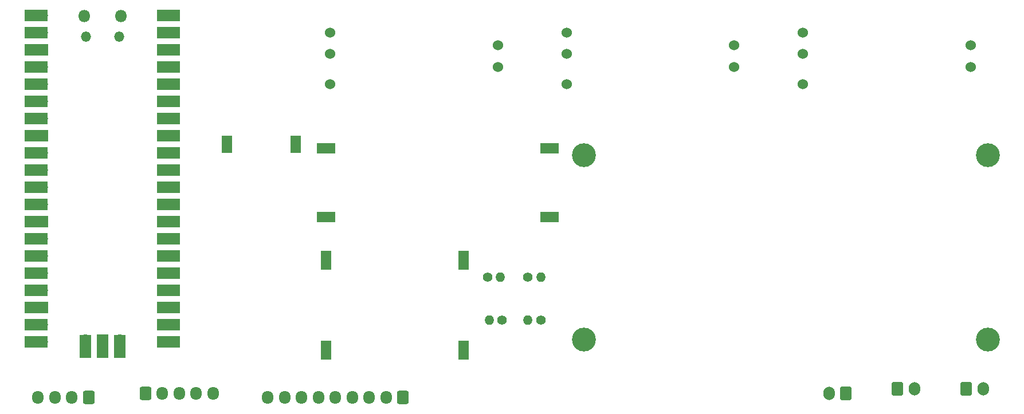
<source format=gbr>
%TF.GenerationSoftware,KiCad,Pcbnew,(7.0.0)*%
%TF.CreationDate,2023-05-30T23:08:45+10:00*%
%TF.ProjectId,spot-welder,73706f74-2d77-4656-9c64-65722e6b6963,rev?*%
%TF.SameCoordinates,Original*%
%TF.FileFunction,Soldermask,Top*%
%TF.FilePolarity,Negative*%
%FSLAX46Y46*%
G04 Gerber Fmt 4.6, Leading zero omitted, Abs format (unit mm)*
G04 Created by KiCad (PCBNEW (7.0.0)) date 2023-05-30 23:08:45*
%MOMM*%
%LPD*%
G01*
G04 APERTURE LIST*
G04 Aperture macros list*
%AMRoundRect*
0 Rectangle with rounded corners*
0 $1 Rounding radius*
0 $2 $3 $4 $5 $6 $7 $8 $9 X,Y pos of 4 corners*
0 Add a 4 corners polygon primitive as box body*
4,1,4,$2,$3,$4,$5,$6,$7,$8,$9,$2,$3,0*
0 Add four circle primitives for the rounded corners*
1,1,$1+$1,$2,$3*
1,1,$1+$1,$4,$5*
1,1,$1+$1,$6,$7*
1,1,$1+$1,$8,$9*
0 Add four rect primitives between the rounded corners*
20,1,$1+$1,$2,$3,$4,$5,0*
20,1,$1+$1,$4,$5,$6,$7,0*
20,1,$1+$1,$6,$7,$8,$9,0*
20,1,$1+$1,$8,$9,$2,$3,0*%
G04 Aperture macros list end*
%ADD10R,1.524000X2.524000*%
%ADD11C,1.400000*%
%ADD12O,1.400000X1.400000*%
%ADD13C,3.524000*%
%ADD14RoundRect,0.250000X0.600000X0.725000X-0.600000X0.725000X-0.600000X-0.725000X0.600000X-0.725000X0*%
%ADD15O,1.700000X1.950000*%
%ADD16RoundRect,0.250000X-0.600000X-0.725000X0.600000X-0.725000X0.600000X0.725000X-0.600000X0.725000X0*%
%ADD17R,2.667000X1.524000*%
%ADD18RoundRect,0.250000X-0.600000X-0.750000X0.600000X-0.750000X0.600000X0.750000X-0.600000X0.750000X0*%
%ADD19O,1.700000X2.000000*%
%ADD20R,1.524000X1.524000*%
%ADD21O,1.800000X1.800000*%
%ADD22O,1.500000X1.500000*%
%ADD23O,1.700000X1.700000*%
%ADD24R,3.500000X1.700000*%
%ADD25R,1.700000X1.700000*%
%ADD26R,1.700000X3.500000*%
%ADD27RoundRect,0.250000X0.600000X0.750000X-0.600000X0.750000X-0.600000X-0.750000X0.600000X-0.750000X0*%
%ADD28C,1.524000*%
G04 APERTURE END LIST*
D10*
%TO.C,MOD1*%
X56514999Y-34289999D03*
X46354999Y-34289999D03*
%TD*%
D11*
%TO.C,R1*%
X92705000Y-60325000D03*
D12*
X90804999Y-60324999D03*
%TD*%
D13*
%TO.C,MOD2*%
X158750000Y-63182500D03*
X158750000Y-35877500D03*
X99060000Y-63182500D03*
X99060000Y-35877500D03*
%TD*%
D14*
%TO.C,J2*%
X72350000Y-71755000D03*
D15*
X69849999Y-71754999D03*
X67349999Y-71754999D03*
X64849999Y-71754999D03*
X62349999Y-71754999D03*
X59849999Y-71754999D03*
X57349999Y-71754999D03*
X54849999Y-71754999D03*
X52349999Y-71754999D03*
%TD*%
D16*
%TO.C,J1*%
X34290000Y-71120000D03*
D15*
X36789999Y-71119999D03*
X39289999Y-71119999D03*
X41789999Y-71119999D03*
X44289999Y-71119999D03*
%TD*%
D17*
%TO.C,MOD6*%
X60959999Y-45084999D03*
X60959999Y-34924999D03*
X93979999Y-45084999D03*
X93979999Y-34924999D03*
%TD*%
D18*
%TO.C,J6*%
X145415000Y-70485000D03*
D19*
X147914999Y-70484999D03*
%TD*%
D20*
%TO.C,MOD4*%
X60959999Y-50799999D03*
X60959999Y-52069999D03*
X60959999Y-64134999D03*
X60959999Y-65404999D03*
X81279999Y-50799999D03*
X81279999Y-52069999D03*
X81279999Y-64134999D03*
X81279999Y-65404999D03*
%TD*%
D11*
%TO.C,R3*%
X90805000Y-53975000D03*
D12*
X92704999Y-53974999D03*
%TD*%
D21*
%TO.C,U1*%
X25214999Y-15369999D03*
D22*
X25514999Y-18399999D03*
X30364999Y-18399999D03*
D21*
X30664999Y-15369999D03*
D23*
X19049999Y-15239999D03*
D24*
X18149999Y-15239999D03*
D23*
X19049999Y-17779999D03*
D24*
X18149999Y-17779999D03*
D25*
X19049999Y-20319999D03*
D24*
X18149999Y-20319999D03*
D23*
X19049999Y-22859999D03*
D24*
X18149999Y-22859999D03*
D23*
X19049999Y-25399999D03*
D24*
X18149999Y-25399999D03*
D23*
X19049999Y-27939999D03*
D24*
X18149999Y-27939999D03*
D23*
X19049999Y-30479999D03*
D24*
X18149999Y-30479999D03*
D25*
X19049999Y-33019999D03*
D24*
X18149999Y-33019999D03*
D23*
X19049999Y-35559999D03*
D24*
X18149999Y-35559999D03*
D23*
X19049999Y-38099999D03*
D24*
X18149999Y-38099999D03*
D23*
X19049999Y-40639999D03*
D24*
X18149999Y-40639999D03*
D23*
X19049999Y-43179999D03*
D24*
X18149999Y-43179999D03*
D25*
X19049999Y-45719999D03*
D24*
X18149999Y-45719999D03*
D23*
X19049999Y-48259999D03*
D24*
X18149999Y-48259999D03*
D23*
X19049999Y-50799999D03*
D24*
X18149999Y-50799999D03*
D23*
X19049999Y-53339999D03*
D24*
X18149999Y-53339999D03*
D23*
X19049999Y-55879999D03*
D24*
X18149999Y-55879999D03*
D25*
X19049999Y-58419999D03*
D24*
X18149999Y-58419999D03*
D23*
X19049999Y-60959999D03*
D24*
X18149999Y-60959999D03*
D23*
X19049999Y-63499999D03*
D24*
X18149999Y-63499999D03*
D23*
X36829999Y-63499999D03*
D24*
X37729999Y-63499999D03*
D23*
X36829999Y-60959999D03*
D24*
X37729999Y-60959999D03*
D25*
X36829999Y-58419999D03*
D24*
X37729999Y-58419999D03*
D23*
X36829999Y-55879999D03*
D24*
X37729999Y-55879999D03*
D23*
X36829999Y-53339999D03*
D24*
X37729999Y-53339999D03*
D23*
X36829999Y-50799999D03*
D24*
X37729999Y-50799999D03*
D23*
X36829999Y-48259999D03*
D24*
X37729999Y-48259999D03*
D25*
X36829999Y-45719999D03*
D24*
X37729999Y-45719999D03*
D23*
X36829999Y-43179999D03*
D24*
X37729999Y-43179999D03*
D23*
X36829999Y-40639999D03*
D24*
X37729999Y-40639999D03*
D23*
X36829999Y-38099999D03*
D24*
X37729999Y-38099999D03*
D23*
X36829999Y-35559999D03*
D24*
X37729999Y-35559999D03*
D25*
X36829999Y-33019999D03*
D24*
X37729999Y-33019999D03*
D23*
X36829999Y-30479999D03*
D24*
X37729999Y-30479999D03*
D23*
X36829999Y-27939999D03*
D24*
X37729999Y-27939999D03*
D23*
X36829999Y-25399999D03*
D24*
X37729999Y-25399999D03*
D23*
X36829999Y-22859999D03*
D24*
X37729999Y-22859999D03*
D25*
X36829999Y-20319999D03*
D24*
X37729999Y-20319999D03*
D23*
X36829999Y-17779999D03*
D24*
X37729999Y-17779999D03*
D23*
X36829999Y-15239999D03*
D24*
X37729999Y-15239999D03*
D23*
X25399999Y-63269999D03*
D26*
X25399999Y-64169999D03*
D25*
X27939999Y-63269999D03*
D26*
X27939999Y-64169999D03*
D23*
X30479999Y-63269999D03*
D26*
X30479999Y-64169999D03*
%TD*%
D11*
%TO.C,R4*%
X84820000Y-53975000D03*
D12*
X86719999Y-53974999D03*
%TD*%
D11*
%TO.C,R2*%
X86990000Y-60325000D03*
D12*
X85089999Y-60324999D03*
%TD*%
D14*
%TO.C,J3*%
X25915000Y-71755000D03*
D15*
X23414999Y-71754999D03*
X20914999Y-71754999D03*
X18414999Y-71754999D03*
%TD*%
D27*
%TO.C,J4*%
X137795000Y-71120000D03*
D19*
X135294999Y-71119999D03*
%TD*%
D18*
%TO.C,J5*%
X155575000Y-70485000D03*
D19*
X158074999Y-70484999D03*
%TD*%
D28*
%TO.C,MOD3*%
X86360000Y-19685000D03*
X86360000Y-22860000D03*
X61595000Y-17780000D03*
X61595000Y-25400000D03*
X61595000Y-20955000D03*
%TD*%
%TO.C,MOD7*%
X121285000Y-19685000D03*
X121285000Y-22860000D03*
X96520000Y-17780000D03*
X96520000Y-25400000D03*
X96520000Y-20955000D03*
%TD*%
%TO.C,MOD5*%
X156210000Y-19685000D03*
X156210000Y-22860000D03*
X131445000Y-17780000D03*
X131445000Y-25400000D03*
X131445000Y-20955000D03*
%TD*%
M02*

</source>
